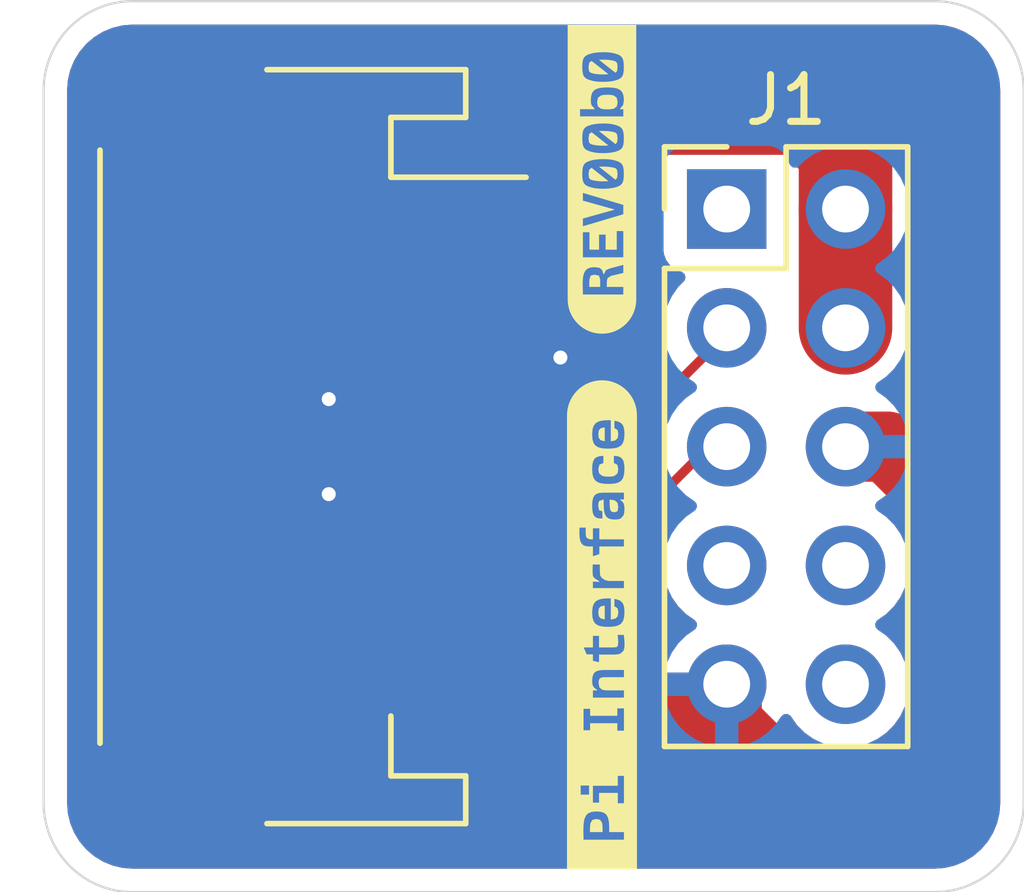
<source format=kicad_pcb>
(kicad_pcb (version 20221018) (generator pcbnew)
  (layers (0 "F.Cu" signal) (31 "B.Cu" signal) (34 "B.Paste" user) (35 "F.Paste" user) (36 "B.SilkS" user "B.Silkscreen") (37 "F.SilkS" user "F.Silkscreen") (38 "B.Mask" user) (39 "F.Mask" user) (44 "Edge.Cuts" user))
  (net 0 "")
  (net 2 "+5V")
  (net 3 "BOOT")
  (net 4 "RESET")
  (net 5 "GND")
  (footprint "kibuzzard-6647A648" (layer "F.Cu") (at 30.353 19.685 90)
    (fp_text reference "kibuzzard-6647A648" hide)
    (fp_text value "G***" hide)
    (fp_poly (pts (xy -2.136563 -0.0381) (xy -2.058458 -0.065405) (xy -2.037503 -0.16383) (xy -2.059093 -0.241935) (xy -2.139103 -0.26797) (xy -2.200698 -0.270828) (xy -2.245783 -0.27178) (xy -2.300393 -0.27051) (xy -2.300393 -0.0381) (xy -2.136563 -0.0381)) (fill solid) (layer "F.SilkS"))
    (fp_poly (pts (xy 0.115147 0.33274) (xy 0.198967 0.323215) (xy 0.235797 0.29337) (xy 0.256117 0.22479) (xy 0.269452 0.13335) (xy 0.273897 0.01905) (xy 0.271357 -0.06477) (xy -0.008043 0.28829) (xy 0.030057 0.323215) (xy 0.115147 0.33274)) (fill solid) (layer "F.SilkS"))
    (fp_poly (pts (xy 0.877147 0.33274) (xy 0.960967 0.323215) (xy 0.997797 0.29337) (xy 1.018117 0.22479) (xy 1.031452 0.13335) (xy 1.035897 0.01905) (xy 1.033357 -0.06477) (xy 0.753957 0.28829) (xy 0.792057 0.323215) (xy 0.877147 0.33274)) (fill solid) (layer "F.SilkS"))
    (fp_poly (pts (xy 2.401147 0.33274) (xy 2.484967 0.323215) (xy 2.521797 0.29337) (xy 2.542117 0.22479) (xy 2.555452 0.13335) (xy 2.559897 0.01905) (xy 2.557357 -0.06477) (xy 2.277957 0.28829) (xy 2.316057 0.323215) (xy 2.401147 0.33274)) (fill solid) (layer "F.SilkS"))
    (fp_poly (pts (xy -0.037253 0.13716) (xy 0.247227 -0.22225) (xy 0.207222 -0.273685) (xy 0.113877 -0.28702) (xy 0.033867 -0.278765) (xy -0.002963 -0.249555) (xy -0.024553 -0.18161) (xy -0.037253 -0.094615) (xy -0.041063 -0.042704) (xy -0.042333 0.02286) (xy -0.041063 0.078105) (xy -0.037253 0.13716)) (fill solid) (layer "F.SilkS"))
    (fp_poly (pts (xy 0.724747 0.13716) (xy 1.009227 -0.22225) (xy 0.969222 -0.273685) (xy 0.875877 -0.28702) (xy 0.795867 -0.278765) (xy 0.759037 -0.249555) (xy 0.737447 -0.18161) (xy 0.724747 -0.094615) (xy 0.720937 -0.042704) (xy 0.719667 0.02286) (xy 0.720937 0.078105) (xy 0.724747 0.13716)) (fill solid) (layer "F.SilkS"))
    (fp_poly (pts (xy 2.248747 0.13716) (xy 2.533227 -0.22225) (xy 2.493222 -0.273685) (xy 2.399877 -0.28702) (xy 2.319867 -0.278765) (xy 2.283037 -0.249555) (xy 2.261447 -0.18161) (xy 2.248747 -0.094615) (xy 2.244937 -0.042704) (xy 2.243667 0.02286) (xy 2.244937 0.078105) (xy 2.248747 0.13716)) (fill solid) (layer "F.SilkS"))
    (fp_poly (pts (xy 1.645497 0.33528) (xy 1.745192 0.315595) (xy 1.794722 0.24892) (xy 1.805675 0.19177) (xy 1.809327 0.1143) (xy 1.805675 0.037783) (xy 1.794722 -0.01905) (xy 1.745192 -0.085725) (xy 1.645497 -0.10541) (xy 1.555327 -0.085725) (xy 1.510242 -0.01905) (xy 1.50024 0.037783) (xy 1.496907 0.1143) (xy 1.50024 0.190976) (xy 1.510242 0.248285) (xy 1.555327 0.315595) (xy 1.645497 0.33528)) (fill solid) (layer "F.SilkS"))
    (fp_poly (pts (xy -2.461683 -0.733213) (xy -2.567517 -0.733213) (xy -2.639384 -0.729683) (xy -2.710559 -0.719125) (xy -2.780357 -0.701641) (xy -2.848105 -0.677401) (xy -2.913151 -0.646636) (xy -2.974868 -0.609645) (xy -3.032662 -0.566782) (xy -3.085977 -0.51846) (xy -3.134298 -0.465146) (xy -3.177161 -0.407351) (xy -3.214153 -0.345634) (xy -3.244917 -0.280589) (xy -3.269158 -0.212841) (xy -3.286642 -0.143043) (xy -3.297199 -0.071867) (xy -3.30073 0) (xy -3.297199 0.071867) (xy -3.286642 0.143043) (xy -3.269158 0.212841) (xy -3.244917 0.280589) (xy -3.214153 0.345634) (xy -3.177161 0.407351) (xy -3.134298 0.465146) (xy -3.085977 0.51846) (xy -3.032662 0.566782) (xy -2.974868 0.609645) (xy -2.913151 0.646636) (xy -2.848105 0.677401) (xy -2.780357 0.701641) (xy -2.710559 0.719125) (xy -2.639384 0.729683) (xy -2.567517 0.733213) (xy -2.461683 0.733213) (xy -1.827953 0.733213) (xy -1.827953 0.45593) (xy -2.001943 0.45593) (xy -2.061633 0.19812) (xy -2.107353 0.122555) (xy -2.151803 0.107791) (xy -2.219113 0.10287) (xy -2.300393 0.10287) (xy -2.300393 0.45593) (xy -2.461683 0.45593) (xy -2.461683 -0.4064) (xy -2.310553 -0.41148) (xy -2.235623 -0.41275) (xy -2.149475 -0.410069) (xy -2.077297 -0.402026) (xy -2.019088 -0.38862) (xy -1.953366 -0.35687) (xy -1.909868 -0.30988) (xy -1.88558 -0.244475) (xy -1.877483 -0.15748) (xy -1.890818 -0.055245) (xy -1.935903 0.001905) (xy -2.026073 0.03048) (xy -2.026073 0.04191) (xy -1.946698 0.08128) (xy -1.922092 0.122873) (xy -1.900343 0.18669) (xy -1.827953 0.45593) (xy -1.827953 0.733213) (xy -1.105323 0.733213) (xy -1.105323 0.45593) (xy -1.666663 0.45593) (xy -1.666663 -0.40767) (xy -1.130723 -0.40767) (xy -1.130723 -0.26797) (xy -1.504103 -0.26797) (xy -1.504103 -0.06223) (xy -1.181523 -0.06223) (xy -1.181523 0.07747) (xy -1.504103 0.07747) (xy -1.504103 0.31623) (xy -1.105323 0.31623) (xy -1.105323 0.45593) (xy -1.105323 0.733213) (xy -0.546523 0.733213) (xy -0.546523 0.45593) (xy -0.745913 0.45593) (xy -1.002453 -0.40767) (xy -0.837353 -0.40767) (xy -0.649393 0.26543) (xy -0.643043 0.26543) (xy -0.455083 -0.40767) (xy -0.289983 -0.40767) (xy -0.546523 0.45593) (xy -0.546523 0.733213) (xy 0.113877 0.733213) (xy 0.113877 0.46736) (xy 0.025294 0.463709) (xy -0.039793 0.452755) (xy -0.087577 0.431165) (xy -0.124248 0.395605) (xy -0.152982 0.341789) (xy -0.176953 0.26543) (xy -0.190359 0.192617) (xy -0.198402 0.111337) (xy -0.201083 0.02159) (xy -0.19812 -0.070556) (xy -0.18923 -0.152259) (xy -0.174413 -0.22352) (xy -0.15076 -0.296704) (xy -0.122978 -0.348615) (xy -0.087101 -0.38354) (xy -0.039158 -0.405765) (xy 0.026723 -0.417671) (xy 0.116417 -0.42164) (xy 0.205952 -0.417671) (xy 0.271357 -0.405765) (xy 0.318823 -0.383699) (xy 0.354542 -0.34925) (xy 0.382323 -0.297815) (xy 0.405977 -0.22479) (xy 0.420793 -0.151271) (xy 0.429683 -0.066181) (xy 0.432647 0.03048) (xy 0.431218 0.098425) (xy 0.426932 0.15748) (xy 0.419153 0.212408) (xy 0.407247 0.26797) (xy 0.383117 0.343217) (xy 0.353907 0.39624) (xy 0.316759 0.431324) (xy 0.268817 0.452755) (xy 0.203412 0.463709) (xy 0.113877 0.46736) (xy 0.113877 0.733213) (xy 0.875877 0.733213) (xy 0.875877 0.46736) (xy 0.787294 0.463709) (xy 0.722207 0.452755) (xy 0.674423 0.431165) (xy 0.637752 0.395605) (xy 0.609018 0.341789) (xy 0.585047 0.26543) (xy 0.571641 0.192617) (xy 0.563598 0.111337) (xy 0.560917 0.02159) (xy 0.56388 -0.070556) (xy 0.57277 -0.152259) (xy 0.587587 -0.22352) (xy 0.61124 -0.296704) (xy 0.639022 -0.348615) (xy 0.674899 -0.38354) (xy 0.722842 -0.405765) (xy 0.788723 -0.417671) (xy 0.878417 -0.42164) (xy 0.967952 -0.417671) (xy 1.033357 -0.405765) (xy 1.080823 -0.383699) (xy 1.116542 -0.34925) (xy 1.144323 -0.297815) (xy 1.167977 -0.22479) (xy 1.182793 -0.151271) (xy 1.191683 -0.066181) (xy 1.194647 0.03048) (xy 1.193218 0.098425) (xy 1.188932 0.15748) (xy 1.181153 0.212408) (xy 1.169247 0.26797) (xy 1.145117 0.343217) (xy 1.115907 0.39624) (xy 1.078759 0.431324) (xy 1.030817 0.452755) (xy 0.965412 0.463709) (xy 0.875877 0.46736) (xy 0.875877 0.733213) (xy 1.688677 0.733213) (xy 1.688677 0.46863) (xy 1.588982 0.451485) (xy 1.509607 0.38608) (xy 1.499447 0.38608) (xy 1.499447 0.45593) (xy 1.345777 0.45593) (xy 1.347047 -0.46863) (xy 1.500717 -0.46863) (xy 1.499447 -0.15621) (xy 1.509607 -0.15621) (xy 1.581997 -0.22098) (xy 1.627717 -0.234315) (xy 1.688677 -0.23876) (xy 1.785355 -0.230822) (xy 1.856952 -0.20701) (xy 1.907434 -0.164306) (xy 1.940772 -0.099695) (xy 1.95453 -0.042333) (xy 1.962785 0.028998) (xy 1.965537 0.1143) (xy 1.962785 0.200307) (xy 1.95453 0.272062) (xy 1.940772 0.329565) (xy 1.907434 0.394176) (xy 1.856952 0.43688) (xy 1.785355 0.460692) (xy 1.688677 0.46863) (xy 1.688677 0.733213) (xy 2.399877 0.733213) (xy 2.399877 0.46736) (xy 2.311294 0.463709) (xy 2.246207 0.452755) (xy 2.198423 0.431165) (xy 2.161752 0.395605) (xy 2.133018 0.341789) (xy 2.109047 0.26543) (xy 2.095641 0.192617) (xy 2.087598 0.111337) (xy 2.084917 0.02159) (xy 2.08788 -0.070556) (xy 2.09677 -0.152259) (xy 2.111587 -0.22352) (xy 2.13524 -0.296704) (xy 2.163022 -0.348615) (xy 2.198899 -0.38354) (xy 2.246842 -0.405765) (xy 2.312723 -0.417671) (xy 2.402417 -0.42164) (xy 2.491952 -0.417671) (xy 2.557357 -0.405765) (xy 2.604823 -0.383699) (xy 2.640542 -0.34925) (xy 2.668323 -0.297815) (xy 2.691977 -0.22479) (xy 2.706793 -0.151271) (xy 2.715683 -0.066181) (xy 2.718647 0.03048) (xy 2.717218 0.098425) (xy 2.712932 0.15748) (xy 2.705153 0.212408) (xy 2.693247 0.26797) (xy 2.669117 0.343217) (xy 2.639907 0.39624) (xy 2.602759 0.431324) (xy 2.554817 0.452755) (xy 2.489412 0.463709) (xy 2.399877 0.46736) (xy 2.399877 0.733213) (xy 2.718647 0.733213) (xy 3.30073 0.733213) (xy 3.30073 -0.733213) (xy 2.718647 -0.733213) (xy -2.461683 -0.733213)) (fill solid) (layer "F.SilkS"))
  )
  (footprint "kibuzzard-6647A66F" (layer "F.Cu") (at 30.353 29.21 90)
    (fp_text reference "kibuzzard-6647A66F" hide)
    (fp_text value "G***" hide)
    (fp_poly (pts (xy 0.413279 0.059055) (xy 0.394864 -0.0254) (xy 0.349779 -0.06731) (xy 0.263419 -0.079375) (xy 0.180869 -0.06731) (xy 0.136419 -0.0254) (xy 0.114829 0.059055) (xy 0.413279 0.059055)) (fill solid) (layer "F.SilkS"))
    (fp_poly (pts (xy 4.223279 0.059055) (xy 4.204864 -0.0254) (xy 4.159779 -0.06731) (xy 4.073419 -0.079375) (xy 3.990869 -0.06731) (xy 3.946419 -0.0254) (xy 3.924829 0.059055) (xy 4.223279 0.059055)) (fill solid) (layer "F.SilkS"))
    (fp_poly (pts (xy 2.512589 0.348615) (xy 2.610379 0.332105) (xy 2.659274 0.276225) (xy 2.670863 0.228282) (xy 2.676419 0.163195) (xy 2.550689 0.164465) (xy 2.462424 0.174625) (xy 2.418609 0.20447) (xy 2.405909 0.264795) (xy 2.428134 0.330835) (xy 2.512589 0.348615)) (fill solid) (layer "F.SilkS"))
    (fp_poly (pts (xy -4.351761 0.013335) (xy -4.281911 0.01016) (xy -4.229841 0.000635) (xy -4.168881 -0.041275) (xy -4.151101 -0.125095) (xy -4.171421 -0.205105) (xy -4.239366 -0.24511) (xy -4.296992 -0.254159) (xy -4.374621 -0.257175) (xy -4.431771 -0.257175) (xy -4.431771 0.013335) (xy -4.351761 0.013335)) (fill solid) (layer "F.SilkS"))
    (fp_poly (pts (xy -4.594331 -0.747818) (xy -5.229331 -0.747818) (xy -5.229331 0.747818) (xy -4.594331 0.747818) (xy -4.431771 0.747818) (xy -4.431771 0.469265) (xy -4.594331 0.469265) (xy -4.594331 -0.394335) (xy -4.396211 -0.398145) (xy -4.297645 -0.395393) (xy -4.215306 -0.387138) (xy -4.149196 -0.37338) (xy -4.074901 -0.339884) (xy -4.026006 -0.288925) (xy -3.99886 -0.216853) (xy -3.989811 -0.120015) (xy -3.99759 -0.024447) (xy -4.020926 0.046355) (xy -4.062995 0.096361) (xy -4.126971 0.12954) (xy -4.183839 0.143298) (xy -4.254535 0.151553) (xy -4.339061 0.154305) (xy -4.431771 0.154305) (xy -4.431771 0.469265) (xy -4.431771 0.747818) (xy -3.229081 0.747818) (xy -3.229081 0.469265) (xy -3.814551 0.469265) (xy -3.814551 0.338455) (xy -3.593571 0.338455) (xy -3.593571 -0.062865) (xy -3.801851 -0.062865) (xy -3.801851 -0.193675) (xy -3.441171 -0.193675) (xy -3.441171 0.338455) (xy -3.436091 0.338455) (xy -3.436091 -0.276225) (xy -3.630401 -0.276225) (xy -3.630401 -0.455295) (xy -3.436091 -0.455295) (xy -3.436091 -0.276225) (xy -3.436091 0.338455) (xy -3.229081 0.338455) (xy -3.229081 0.469265) (xy -3.229081 0.747818) (xy -1.786361 0.747818) (xy -1.786361 0.469265) (xy -2.262611 0.469265) (xy -2.262611 0.328295) (xy -2.103861 0.328295) (xy -2.103861 -0.253365) (xy -2.253721 -0.253365) (xy -2.253721 -0.394335) (xy -1.795251 -0.394335) (xy -1.795251 -0.253365) (xy -1.945111 -0.253365) (xy -1.945111 0.328295) (xy -1.786361 0.328295) (xy -1.786361 0.469265) (xy -1.786361 0.747818) (xy -0.964671 0.747818) (xy -0.964671 0.469265) (xy -1.119611 0.469265) (xy -1.119611 0.047625) (xy -1.12612 -0.011112) (xy -1.145646 -0.047625) (xy -1.182952 -0.066675) (xy -1.242801 -0.073025) (xy -1.338686 -0.055245) (xy -1.386946 0.00508) (xy -1.3979 0.056356) (xy -1.401551 0.125095) (xy -1.401551 0.469265) (xy -1.556491 0.469265) (xy -1.556491 -0.193675) (xy -1.401551 -0.193675) (xy -1.401551 -0.102235) (xy -1.391391 -0.102235) (xy -1.355196 -0.154623) (xy -1.317731 -0.187325) (xy -1.271693 -0.20447) (xy -1.209781 -0.210185) (xy -1.124373 -0.204311) (xy -1.061191 -0.18669) (xy -1.016582 -0.155257) (xy -0.986896 -0.10795) (xy -0.970227 -0.040799) (xy -0.964671 0.050165) (xy -0.964671 0.469265) (xy -0.964671 0.747818) (xy -0.417301 0.747818) (xy -0.417301 0.483235) (xy -0.497628 0.477203) (xy -0.555731 0.459105) (xy -0.619231 0.38735) (xy -0.631613 0.330994) (xy -0.635741 0.257175) (xy -0.635741 -0.062865) (xy -0.799571 -0.062865) (xy -0.769091 -0.193675) (xy -0.630661 -0.193675) (xy -0.630661 -0.328295) (xy -0.483341 -0.390525) (xy -0.483341 -0.193675) (xy -0.235691 -0.193675) (xy -0.235691 -0.062865) (xy -0.483341 -0.062865) (xy -0.483341 0.252095) (xy -0.476356 0.311785) (xy -0.445876 0.339725) (xy -0.374121 0.348615) (xy -0.307128 0.344805) (xy -0.215371 0.333375) (xy -0.215371 0.466725) (xy -0.331893 0.479108) (xy -0.417301 0.483235) (xy -0.417301 0.747818) (xy 0.273579 0.747818) (xy 0.273579 0.480695) (xy 0.163407 0.472916) (xy 0.081809 0.44958) (xy 0.024183 0.407511) (xy -0.014076 0.343535) (xy -0.029951 0.286667) (xy -0.039476 0.215971) (xy -0.042651 0.131445) (xy -0.039617 0.048542) (xy -0.030515 -0.020673) (xy -0.015346 -0.0762) (xy 0.021484 -0.138589) (xy 0.077364 -0.179705) (xy 0.15658 -0.202565) (xy 0.263419 -0.210185) (xy 0.367242 -0.202247) (xy 0.445029 -0.178435) (xy 0.500592 -0.13589) (xy 0.537739 -0.071755) (xy 0.553261 -0.015028) (xy 0.562575 0.055245) (xy 0.565679 0.139065) (xy 0.564409 0.188595) (xy 0.113559 0.188595) (xy 0.133879 0.286385) (xy 0.181504 0.33528) (xy 0.272309 0.349885) (xy 0.355494 0.332105) (xy 0.396769 0.266065) (xy 0.554249 0.266065) (xy 0.537422 0.34036) (xy 0.512339 0.395605) (xy 0.476462 0.434816) (xy 0.427249 0.46101) (xy 0.360892 0.475774) (xy 0.273579 0.480695) (xy 0.273579 0.747818) (xy 0.937789 0.747818) (xy 0.937789 0.469265) (xy 0.785389 0.469265) (xy 0.785389 -0.193675) (xy 0.925089 -0.193675) (xy 0.918739 -0.057785) (xy 0.932709 -0.057785) (xy 0.973032 -0.12319) (xy 1.000019 -0.161925) (xy 1.043199 -0.193675) (xy 1.127019 -0.200025) (xy 1.210839 -0.19939) (xy 1.289579 -0.197485) (xy 1.289579 -0.045085) (xy 1.212109 -0.046355) (xy 1.124479 -0.044768) (xy 1.059709 -0.040005) (xy 1.005099 -0.006985) (xy 0.956839 0.0635) (xy 0.937789 0.142875) (xy 0.937789 0.469265) (xy 0.937789 0.747818) (xy 1.828059 0.747818) (xy 1.828059 0.469265) (xy 1.675659 0.469265) (xy 1.675659 -0.056515) (xy 1.510559 -0.056515) (xy 1.468649 -0.193675) (xy 1.675659 -0.193675) (xy 1.675659 -0.271145) (xy 1.682485 -0.344329) (xy 1.702964 -0.39878) (xy 1.738842 -0.437515) (xy 1.791864 -0.46355) (xy 1.866 -0.478314) (xy 1.965219 -0.483235) (xy 2.018877 -0.482283) (xy 2.078249 -0.479425) (xy 2.078249 -0.347345) (xy 1.989349 -0.349885) (xy 1.912038 -0.345281) (xy 1.862984 -0.33147) (xy 1.828059 -0.266065) (xy 1.828059 -0.193675) (xy 2.064279 -0.193675) (xy 2.064279 -0.056515) (xy 1.828059 -0.056515) (xy 1.828059 0.469265) (xy 1.828059 0.747818) (xy 2.485919 0.747818) (xy 2.485919 0.480695) (xy 2.403845 0.476091) (xy 2.343044 0.46228) (xy 2.271924 0.40005) (xy 2.256208 0.347186) (xy 2.250969 0.276225) (xy 2.258272 0.192881) (xy 2.280179 0.13081) (xy 2.319549 0.086836) (xy 2.379239 0.057785) (xy 2.463694 0.041592) (xy 2.577359 0.036195) (xy 2.677689 0.036195) (xy 2.677689 0.028575) (xy 2.649749 -0.057785) (xy 2.609427 -0.07493) (xy 2.544339 -0.080645) (xy 2.449724 -0.06223) (xy 2.427499 0.008255) (xy 2.272559 0.008255) (xy 2.275575 -0.068104) (xy 2.292244 -0.12446) (xy 2.324629 -0.164148) (xy 2.374794 -0.1905) (xy 2.446708 -0.205264) (xy 2.544339 -0.210185) (xy 2.642288 -0.204787) (xy 2.715154 -0.188595) (xy 2.766748 -0.159703) (xy 2.800879 -0.116205) (xy 2.819929 -0.05461) (xy 2.826279 0.028575) (xy 2.826279 0.469265) (xy 2.681499 0.469265) (xy 2.681499 0.390525) (xy 2.671339 0.390525) (xy 2.634827 0.43434) (xy 2.596409 0.461645) (xy 2.549102 0.475933) (xy 2.485919 0.480695) (xy 2.485919 0.747818) (xy 3.333009 0.747818) (xy 3.333009 0.480695) (xy 3.221567 0.473075) (xy 3.138699 0.450215) (xy 3.08012 0.409099) (xy 3.041544 0.34671) (xy 3.025669 0.291183) (xy 3.016144 0.221968) (xy 3.012969 0.139065) (xy 3.016144 0.054539) (xy 3.025669 -0.016157) (xy 3.041544 -0.073025) (xy 3.079962 -0.137001) (xy 3.138064 -0.17907) (xy 3.220138 -0.202406) (xy 3.330469 -0.210185) (xy 3.427307 -0.204787) (xy 3.499379 -0.188595) (xy 3.550655 -0.159544) (xy 3.585104 -0.11557) (xy 3.605265 -0.053499) (xy 3.613679 0.029845) (xy 3.460009 0.029845) (xy 3.425084 -0.05461) (xy 3.338089 -0.076835) (xy 3.278558 -0.071914) (xy 3.234584 -0.05715) (xy 3.183149 0.00889) (xy 3.171719 0.064929) (xy 3.167909 0.140335) (xy 3.171719 0.212408) (xy 3.183149 0.266065) (xy 3.235219 0.32893) (xy 3.279669 0.342741) (xy 3.339359 0.347345) (xy 3.423814 0.32766) (xy 3.461279 0.254635) (xy 3.613679 0.254635) (xy 3.605265 0.333375) (xy 3.585104 0.391795) (xy 3.550814 0.43307) (xy 3.500014 0.460375) (xy 3.428735 0.475615) (xy 3.333009 0.480695) (xy 3.333009 0.747818) (xy 4.083579 0.747818) (xy 4.083579 0.480695) (xy 3.973407 0.472916) (xy 3.891809 0.44958) (xy 3.834183 0.407511) (xy 3.795924 0.343535) (xy 3.780049 0.286667) (xy 3.770524 0.215971) (xy 3.767349 0.131445) (xy 3.770383 0.048542) (xy 3.779485 -0.020673) (xy 3.794654 -0.0762) (xy 3.831484 -0.138589) (xy 3.887364 -0.179705) (xy 3.96658 -0.202565) (xy 4.073419 -0.210185) (xy 4.177242 -0.202247) (xy 4.255029 -0.178435) (xy 4.310592 -0.13589) (xy 4.347739 -0.071755) (xy 4.363261 -0.015028) (xy 4.372575 0.055245) (xy 4.375679 0.139065) (xy 4.374409 0.188595) (xy 3.923559 0.188595) (xy 3.943879 0.286385) (xy 3.991504 0.33528) (xy 4.082309 0.349885) (xy 4.165494 0.332105) (xy 4.206769 0.266065) (xy 4.364249 0.266065) (xy 4.347422 0.34036) (xy 4.322339 0.395605) (xy 4.286462 0.434816) (xy 4.237249 0.46101) (xy 4.170892 0.475774) (xy 4.083579 0.480695) (xy 4.083579 0.747818) (xy 4.375679 0.747818) (xy 4.481513 0.747818) (xy 4.554812 0.744217) (xy 4.627405 0.733449) (xy 4.698593 0.715618) (xy 4.76769 0.690894) (xy 4.834032 0.659517) (xy 4.896978 0.621788) (xy 4.955923 0.578071) (xy 5.0103 0.528787) (xy 5.059584 0.474411) (xy 5.103301 0.415466) (xy 5.141029 0.352519) (xy 5.172407 0.286178) (xy 5.19713 0.21708) (xy 5.214962 0.145892) (xy 5.22573 0.073299) (xy 5.229331 0) (xy 5.22573 -0.073299) (xy 5.214962 -0.145892) (xy 5.19713 -0.21708) (xy 5.172407 -0.286178) (xy 5.141029 -0.352519) (xy 5.103301 -0.415466) (xy 5.059584 -0.474411) (xy 5.0103 -0.528787) (xy 4.955923 -0.578071) (xy 4.896978 -0.621788) (xy 4.834032 -0.659517) (xy 4.76769 -0.690894) (xy 4.698593 -0.715618) (xy 4.627405 -0.733449) (xy 4.554812 -0.744217) (xy 4.481513 -0.747818) (xy 4.375679 -0.747818) (xy -4.594331 -0.747818)) (fill solid) (layer "F.SilkS"))
  )
  (footprint "Connector_PinHeader_2.54mm:PinHeader_2x05_P2.54mm_Vertical" (layer "F.Cu") (at 33.02 20.32)
    (fp_text reference "J1" (at 1.27 -2.33) (layer "F.SilkS"))
    (fp_text value "PI")
    (fp_line (start -1.33 -1.33) (end 0 -1.33) (stroke (width 0.12)) (layer "F.SilkS"))
    (fp_line (start -1.33 0) (end -1.33 -1.33) (stroke (width 0.12)) (layer "F.SilkS"))
    (fp_line (start -1.33 1.27) (end -1.33 11.49) (stroke (width 0.12)) (layer "F.SilkS"))
    (fp_line (start -1.33 1.27) (end 1.27 1.27) (stroke (width 0.12)) (layer "F.SilkS"))
    (fp_line (start -1.33 11.49) (end 3.87 11.49) (stroke (width 0.12)) (layer "F.SilkS"))
    (fp_line (start 1.27 -1.33) (end 3.87 -1.33) (stroke (width 0.12)) (layer "F.SilkS"))
    (fp_line (start 1.27 1.27) (end 1.27 -1.33) (stroke (width 0.12)) (layer "F.SilkS"))
    (fp_line (start 3.87 -1.33) (end 3.87 11.49) (stroke (width 0.12)) (layer "F.SilkS"))
    (pad "1" thru_hole rect (at 0 0) (size 1.7 1.7) (drill 1) (layers "*.Cu" "*.Mask"))
    (pad "2" thru_hole oval (at 2.54 0) (size 1.7 1.7) (drill 1) (layers "*.Cu" "*.Mask") (net 2 "+5V"))
    (pad "3" thru_hole oval (at 0 2.54) (size 1.7 1.7) (drill 1) (layers "*.Cu" "*.Mask") (net 3 "BOOT"))
    (pad "4" thru_hole oval (at 2.54 2.54) (size 1.7 1.7) (drill 1) (layers "*.Cu" "*.Mask") (net 2 "+5V"))
    (pad "5" thru_hole oval (at 0 5.08) (size 1.7 1.7) (drill 1) (layers "*.Cu" "*.Mask") (net 4 "RESET"))
    (pad "6" thru_hole oval (at 2.54 5.08) (size 1.7 1.7) (drill 1) (layers "*.Cu" "*.Mask") (net 5 "GND"))
    (pad "7" thru_hole oval (at 0 7.62) (size 1.7 1.7) (drill 1) (layers "*.Cu" "*.Mask"))
    (pad "8" thru_hole oval (at 2.54 7.62) (size 1.7 1.7) (drill 1) (layers "*.Cu" "*.Mask"))
    (pad "9" thru_hole oval (at 0 10.16) (size 1.7 1.7) (drill 1) (layers "*.Cu" "*.Mask") (net 5 "GND"))
    (pad "10" thru_hole oval (at 2.54 10.16) (size 1.7 1.7) (drill 1) (layers "*.Cu" "*.Mask"))
  )
  (footprint "Connector_JST:JST_PH_S6B-PH-SM4-TB_1x06-1MP_P2.00mm_Horizontal" (layer "F.Cu") (at 24.13 25.4 -90)
    (fp_text reference "Je" hide)
    (fp_text value "MOBO")
    (fp_line (start -8.06 -3.31) (end -7.04 -3.31) (stroke (width 0.12)) (layer "F.SilkS"))
    (fp_line (start -8.06 0.94) (end -8.06 -3.31) (stroke (width 0.12)) (layer "F.SilkS"))
    (fp_line (start -7.04 -3.31) (end -7.04 -1.71) (stroke (width 0.12)) (layer "F.SilkS"))
    (fp_line (start -7.04 -1.71) (end -5.76 -1.71) (stroke (width 0.12)) (layer "F.SilkS"))
    (fp_line (start -6.34 4.51) (end 6.34 4.51) (stroke (width 0.12)) (layer "F.SilkS"))
    (fp_line (start -5.76 -1.71) (end -5.76 -4.6) (stroke (width 0.12)) (layer "F.SilkS"))
    (fp_line (start 7.04 -3.31) (end 7.04 -1.71) (stroke (width 0.12)) (layer "F.SilkS"))
    (fp_line (start 7.04 -1.71) (end 5.76 -1.71) (stroke (width 0.12)) (layer "F.SilkS"))
    (fp_line (start 8.06 -3.31) (end 7.04 -3.31) (stroke (width 0.12)) (layer "F.SilkS"))
    (fp_line (start 8.06 0.94) (end 8.06 -3.31) (stroke (width 0.12)) (layer "F.SilkS"))
    (pad "1" smd roundrect (at -5 -2.85 270) (size 1 3.5) (layers "F.Cu" "F.Paste" "F.Mask") (net 2 "+5V"))
    (pad "2" smd roundrect (at -3 -2.85 270) (size 1 3.5) (layers "F.Cu" "F.Paste" "F.Mask") (net 2 "+5V"))
    (pad "3" smd roundrect (at -1 -2.85 270) (size 1 3.5) (layers "F.Cu" "F.Paste" "F.Mask") (net 5 "GND"))
    (pad "4" smd roundrect (at 1 -2.85 270) (size 1 3.5) (layers "F.Cu" "F.Paste" "F.Mask") (net 5 "GND"))
    (pad "5" smd roundrect (at 3 -2.85 270) (size 1 3.5) (layers "F.Cu" "F.Paste" "F.Mask") (net 3 "BOOT"))
    (pad "6" smd roundrect (at 5 -2.85 270) (size 1 3.5) (layers "F.Cu" "F.Paste" "F.Mask") (net 4 "RESET"))
    (pad "MP" smd roundrect (at -7.35 2.9 270) (size 1.5 3.4) (layers "F.Cu" "F.Paste" "F.Mask") (roundrect_rratio 0.1666666667) (net 5 "GND"))
    (pad "MP" smd roundrect (at 7.35 2.9 270) (size 1.5 3.4) (layers "F.Cu" "F.Paste" "F.Mask") (roundrect_rratio 0.1666666667) (net 5 "GND"))
  )
  (gr_line (start 39.369999 17.78) (end 39.369999 33.02) (stroke (width 0.05)) (layer "Edge.Cuts"))
  (gr_arc (start 37.465 15.875001) (mid 38.812037 16.432963) (end 39.369999 17.78) (stroke (width 0.05)) (layer "Edge.Cuts"))
  (gr_line (start 18.415 17.78) (end 18.415 33.02) (stroke (width 0.05)) (layer "Edge.Cuts"))
  (gr_arc (start 18.414998 17.779998) (mid 18.97296 16.43296) (end 20.319998 15.874998) (stroke (width 0.05)) (layer "Edge.Cuts"))
  (gr_arc (start 39.369999 33.02) (mid 38.812037 34.367037) (end 37.465 34.924999) (stroke (width 0.05)) (layer "Edge.Cuts"))
  (gr_line (start 20.319998 15.874998) (end 37.464998 15.874998) (stroke (width 0.05)) (layer "Edge.Cuts"))
  (gr_arc (start 20.32 34.925) (mid 18.972962 34.367038) (end 18.415 33.02) (stroke (width 0.05)) (layer "Edge.Cuts"))
  (gr_line (start 20.32 34.925) (end 37.465 34.925) (stroke (width 0.05)) (layer "Edge.Cuts"))
  (segment (start 26.98 22.4) (end 26.98 20.4) (width 1.5) (layer "F.Cu") (net 2))
  (segment (start 35.56 20.32) (end 35.56 19.05) (width 2) (layer "F.Cu") (net 2))
  (segment (start 29.219 18.161) (end 26.98 20.4) (width 2) (layer "F.Cu") (net 2))
  (segment (start 34.671 18.161) (end 29.219 18.161) (width 2) (layer "F.Cu") (net 2))
  (segment (start 35.56 19.05) (end 34.671 18.161) (width 2) (layer "F.Cu") (net 2))
  (segment (start 35.56 22.86) (end 35.56 20.32) (width 2) (layer "F.Cu") (net 2))
  (segment (start 33.02 22.987) (end 33.02 22.86) (width 0.2) (layer "F.Cu") (net 3))
  (segment (start 29.718 26.924) (end 29.718 26.289) (width 0.2) (layer "F.Cu") (net 3))
  (segment (start 28.242 28.4) (end 29.718 26.924) (width 0.2) (layer "F.Cu") (net 3))
  (segment (start 29.718 26.289) (end 33.02 22.987) (width 0.2) (layer "F.Cu") (net 3))
  (segment (start 26.98 28.4) (end 28.242 28.4) (width 0.2) (layer "F.Cu") (net 3))
  (segment (start 30.734 27.305) (end 32.639 25.4) (width 0.2) (layer "F.Cu") (net 4))
  (segment (start 32.639 25.4) (end 33.02 25.4) (width 0.2) (layer "F.Cu") (net 4))
  (segment (start 28.2105 30.4) (end 30.734 27.8765) (width 0.2) (layer "F.Cu") (net 4))
  (segment (start 26.98 30.4) (end 28.2105 30.4) (width 0.2) (layer "F.Cu") (net 4))
  (segment (start 30.734 27.8765) (end 30.734 27.305) (width 0.2) (layer "F.Cu") (net 4))
  (segment (start 34.4805 32.766) (end 33.02 31.3055) (width 1.5) (layer "F.Cu") (net 5))
  (segment (start 24.495 26.4) (end 24.511 26.416) (width 1.5) (layer "F.Cu") (net 5))
  (segment (start 23.495 26.67) (end 23.495 24.765) (width 1.5) (layer "F.Cu") (net 5))
  (segment (start 36.449 25.4) (end 37.973 26.924) (width 1.5) (layer "F.Cu") (net 5))
  (segment (start 23.495 24.765) (end 23.86 24.4) (width 1.5) (layer "F.Cu") (net 5))
  (segment (start 24.511 24.384) (end 24.527 24.4) (width 1.5) (layer "F.Cu") (net 5))
  (segment (start 36.576 32.766) (end 34.4805 32.766) (width 1.5) (layer "F.Cu") (net 5))
  (segment (start 24.495 24.4) (end 24.511 24.384) (width 1.5) (layer "F.Cu") (net 5))
  (segment (start 23.765 26.4) (end 24.495 26.4) (width 1.5) (layer "F.Cu") (net 5))
  (segment (start 33.02 30.48) (end 31.115 32.385) (width 1.5) (layer "F.Cu") (net 5))
  (segment (start 33.02 31.3055) (end 33.02 30.48) (width 1.5) (layer "F.Cu") (net 5))
  (segment (start 37.973 31.369) (end 36.576 32.766) (width 1.5) (layer "F.Cu") (net 5))
  (segment (start 37.973 26.924) (end 37.973 31.369) (width 1.5) (layer "F.Cu") (net 5))
  (segment (start 24.527 26.4) (end 26.98 26.4) (width 1.5) (layer "F.Cu") (net 5))
  (segment (start 23.86 24.4) (end 24.495 24.4) (width 1.5) (layer "F.Cu") (net 5))
  (segment (start 24.511 26.416) (end 24.527 26.4) (width 1.5) (layer "F.Cu") (net 5))
  (segment (start 31.115 32.385) (end 25.019 32.385) (width 1.5) (layer "F.Cu") (net 5))
  (segment (start 35.56 25.4) (end 36.449 25.4) (width 1.5) (layer "F.Cu") (net 5))
  (segment (start 24.527 24.4) (end 26.98 24.4) (width 1.5) (layer "F.Cu") (net 5))
  (segment (start 23.495 26.67) (end 23.765 26.4) (width 1.5) (layer "F.Cu") (net 5))
  (segment (start 25.019 32.385) (end 23.495 30.861) (width 1.5) (layer "F.Cu") (net 5))
  (segment (start 23.495 30.861) (end 23.495 26.67) (width 1.5) (layer "F.Cu") (net 5))
  (via (at 24.511 24.384) (size 0.6) (drill 0.3) (layers "F.Cu" "B.Cu") (net 5))
  (via (at 24.511 26.416) (size 0.6) (drill 0.3) (layers "F.Cu" "B.Cu") (net 5))
  (via (at 29.464 23.495) (size 0.6) (drill 0.3) (layers "F.Cu" "B.Cu") (net 5))
  (zone (net 5) (net_name "GND") (layers "F&B.Cu") (connect_pads (clearance 0.5)) (min_thickness 0.25) (fill yes (thermal_gap 0.5) (thermal_bridge_width 0.5))
    (polygon (pts (xy 18.415 15.875) (xy 18.415 34.925) (xy 39.37 34.925) (xy 39.37 15.875)))
  )
)
</source>
